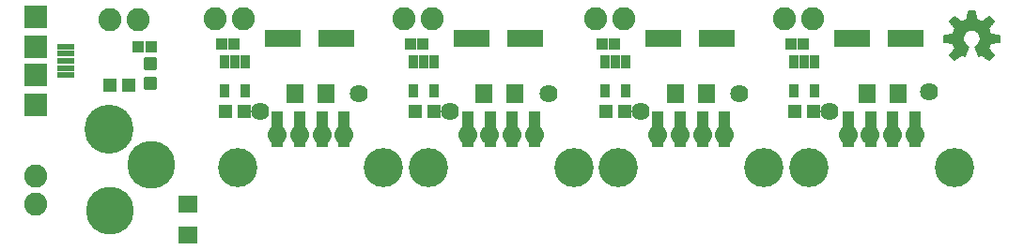
<source format=gts>
G75*
G70*
%OFA0B0*%
%FSLAX24Y24*%
%IPPOS*%
%LPD*%
%AMOC8*
5,1,8,0,0,1.08239X$1,22.5*
%
%ADD10C,0.1390*%
%ADD11R,0.0434X0.1261*%
%ADD12C,0.1740*%
%ADD13C,0.1700*%
%ADD14R,0.0513X0.0474*%
%ADD15C,0.0059*%
%ADD16R,0.0710X0.0631*%
%ADD17R,0.0352X0.0470*%
%ADD18R,0.0631X0.0218*%
%ADD19R,0.0828X0.0789*%
%ADD20R,0.0828X0.0828*%
%ADD21R,0.0415X0.0434*%
%ADD22R,0.1261X0.0631*%
%ADD23R,0.0631X0.0710*%
%ADD24C,0.0820*%
%ADD25C,0.0142*%
%ADD26C,0.0640*%
%ADD27C,0.0671*%
D10*
X008715Y004770D03*
X013885Y004770D03*
X015465Y004770D03*
X020635Y004770D03*
X022215Y004770D03*
X027385Y004770D03*
X028965Y004770D03*
X034135Y004770D03*
D11*
X032731Y006128D03*
X031944Y006128D03*
X031156Y006128D03*
X030369Y006128D03*
X025981Y006128D03*
X025194Y006128D03*
X024406Y006128D03*
X023619Y006128D03*
X019231Y006128D03*
X018444Y006128D03*
X017656Y006128D03*
X016869Y006128D03*
X012481Y006128D03*
X011694Y006128D03*
X010906Y006128D03*
X010119Y006128D03*
D12*
X004150Y006134D03*
D13*
X005631Y004883D03*
X004160Y003251D03*
D14*
X008265Y006770D03*
X008935Y006770D03*
X004835Y007720D03*
X004165Y007720D03*
X015015Y006770D03*
X015685Y006770D03*
X021765Y006770D03*
X022435Y006770D03*
X028465Y006770D03*
X029135Y006770D03*
D15*
X033974Y008764D02*
X034144Y008594D01*
X034391Y008796D01*
X034491Y008745D01*
X034632Y009086D01*
X034579Y009114D01*
X034532Y009152D01*
X034494Y009199D01*
X034466Y009252D01*
X034448Y009310D01*
X034442Y009370D01*
X034449Y009433D01*
X034468Y009493D01*
X034499Y009548D01*
X034541Y009595D01*
X034591Y009633D01*
X034648Y009660D01*
X034710Y009675D01*
X034773Y009677D01*
X034835Y009666D01*
X034894Y009642D01*
X034946Y009607D01*
X034990Y009562D01*
X035025Y009509D01*
X035047Y009450D01*
X035057Y009387D01*
X035054Y009324D01*
X035038Y009263D01*
X035010Y009206D01*
X034972Y009157D01*
X034923Y009116D01*
X034868Y009086D01*
X035009Y008745D01*
X035109Y008796D01*
X035356Y008594D01*
X035526Y008764D01*
X035324Y009011D01*
X035375Y009111D01*
X035409Y009218D01*
X035727Y009250D01*
X035727Y009490D01*
X035409Y009522D01*
X035375Y009629D01*
X035324Y009729D01*
X035526Y009976D01*
X035356Y010146D01*
X035109Y009944D01*
X035009Y009995D01*
X034902Y010029D01*
X034870Y010347D01*
X034630Y010347D01*
X034598Y010029D01*
X034491Y009995D01*
X034391Y009944D01*
X034144Y010146D01*
X033974Y009976D01*
X034176Y009729D01*
X034125Y009629D01*
X034091Y009522D01*
X033773Y009490D01*
X033773Y009250D01*
X034091Y009218D01*
X034125Y009111D01*
X034176Y009011D01*
X033974Y008764D01*
X033998Y008740D02*
X034323Y008740D01*
X034252Y008682D02*
X034056Y008682D01*
X034114Y008625D02*
X034181Y008625D01*
X034002Y008798D02*
X034513Y008798D01*
X034537Y008855D02*
X034049Y008855D01*
X034096Y008913D02*
X034561Y008913D01*
X034584Y008970D02*
X034143Y008970D01*
X034168Y009028D02*
X034608Y009028D01*
X034632Y009085D02*
X034138Y009085D01*
X034115Y009143D02*
X034544Y009143D01*
X034494Y009200D02*
X034096Y009200D01*
X033773Y009258D02*
X034464Y009258D01*
X034448Y009316D02*
X033773Y009316D01*
X033773Y009373D02*
X034443Y009373D01*
X034449Y009431D02*
X033773Y009431D01*
X033773Y009488D02*
X034467Y009488D01*
X034498Y009546D02*
X034098Y009546D01*
X034117Y009603D02*
X034551Y009603D01*
X034651Y009661D02*
X034141Y009661D01*
X034171Y009718D02*
X035329Y009718D01*
X035359Y009661D02*
X034847Y009661D01*
X034950Y009603D02*
X035383Y009603D01*
X035402Y009546D02*
X035001Y009546D01*
X035032Y009488D02*
X035727Y009488D01*
X035727Y009431D02*
X035050Y009431D01*
X035056Y009373D02*
X035727Y009373D01*
X035727Y009316D02*
X035052Y009316D01*
X035036Y009258D02*
X035727Y009258D01*
X035404Y009200D02*
X035006Y009200D01*
X034955Y009143D02*
X035385Y009143D01*
X035362Y009085D02*
X034868Y009085D01*
X034892Y009028D02*
X035332Y009028D01*
X035357Y008970D02*
X034916Y008970D01*
X034939Y008913D02*
X035404Y008913D01*
X035451Y008855D02*
X034963Y008855D01*
X034987Y008798D02*
X035498Y008798D01*
X035502Y008740D02*
X035177Y008740D01*
X035248Y008682D02*
X035444Y008682D01*
X035386Y008625D02*
X035319Y008625D01*
X035362Y009776D02*
X034138Y009776D01*
X034091Y009834D02*
X035409Y009834D01*
X035456Y009891D02*
X034044Y009891D01*
X033997Y009949D02*
X034386Y009949D01*
X034401Y009949D02*
X035099Y009949D01*
X035114Y009949D02*
X035503Y009949D01*
X035495Y010006D02*
X035185Y010006D01*
X035256Y010064D02*
X035438Y010064D01*
X035380Y010121D02*
X035326Y010121D01*
X034975Y010006D02*
X034525Y010006D01*
X034601Y010064D02*
X034899Y010064D01*
X034893Y010121D02*
X034607Y010121D01*
X034613Y010179D02*
X034887Y010179D01*
X034881Y010236D02*
X034619Y010236D01*
X034625Y010294D02*
X034875Y010294D01*
X034244Y010064D02*
X034062Y010064D01*
X034120Y010121D02*
X034174Y010121D01*
X034315Y010006D02*
X034005Y010006D01*
D16*
X006950Y002369D03*
X006950Y003471D03*
D17*
X008226Y007508D03*
X008974Y007508D03*
X008974Y008528D03*
X008600Y008528D03*
X008226Y008528D03*
X014926Y008528D03*
X015300Y008528D03*
X015674Y008528D03*
X015674Y007508D03*
X014926Y007508D03*
X021726Y007508D03*
X022474Y007508D03*
X022474Y008528D03*
X022100Y008528D03*
X021726Y008528D03*
X028426Y008528D03*
X028800Y008528D03*
X029174Y008528D03*
X029174Y007508D03*
X028426Y007508D03*
D18*
X002593Y008058D03*
X002593Y008314D03*
X002593Y008570D03*
X002593Y008826D03*
X002593Y009082D03*
D19*
X001550Y010145D03*
X001550Y006995D03*
D20*
X001550Y008070D03*
X001550Y009070D03*
D21*
X005172Y009070D03*
X005628Y009070D03*
X008122Y009170D03*
X008578Y009170D03*
X014822Y009170D03*
X015278Y009170D03*
X021622Y009170D03*
X022078Y009170D03*
X028322Y009170D03*
X028778Y009170D03*
D22*
X030505Y009370D03*
X032395Y009370D03*
X025695Y009370D03*
X023805Y009370D03*
X018895Y009370D03*
X017005Y009370D03*
X012195Y009370D03*
X010305Y009370D03*
D23*
X010749Y007420D03*
X011851Y007420D03*
X017449Y007420D03*
X018551Y007420D03*
X024249Y007420D03*
X025351Y007420D03*
X031049Y007420D03*
X032151Y007420D03*
D24*
X029100Y010070D03*
X028100Y010070D03*
X022400Y010070D03*
X021400Y010070D03*
X015600Y010070D03*
X014600Y010070D03*
X008900Y010070D03*
X007900Y010070D03*
X005170Y010050D03*
X004170Y010050D03*
X001550Y004470D03*
X001550Y003470D03*
D25*
X005434Y007609D02*
X005766Y007609D01*
X005434Y007609D02*
X005434Y007941D01*
X005766Y007941D01*
X005766Y007609D01*
X005766Y007750D02*
X005434Y007750D01*
X005434Y007891D02*
X005766Y007891D01*
X005766Y008299D02*
X005434Y008299D01*
X005434Y008631D01*
X005766Y008631D01*
X005766Y008299D01*
X005766Y008440D02*
X005434Y008440D01*
X005434Y008581D02*
X005766Y008581D01*
D26*
X009500Y006770D03*
X013000Y007420D03*
X016250Y006770D03*
X019750Y007420D03*
X023000Y006770D03*
X026500Y007420D03*
X029700Y006770D03*
X033250Y007470D03*
D27*
X032730Y005930D03*
X031950Y005930D03*
X031150Y005930D03*
X030370Y005930D03*
X025980Y005930D03*
X025200Y005930D03*
X024400Y005930D03*
X023620Y005930D03*
X019230Y005930D03*
X018450Y005930D03*
X017650Y005930D03*
X016870Y005930D03*
X012480Y005930D03*
X011700Y005930D03*
X010900Y005930D03*
X010120Y005930D03*
M02*

</source>
